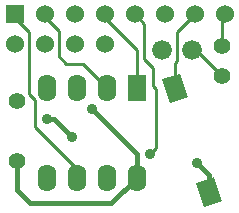
<source format=gtl>
G04 (created by PCBNEW (2013-07-07 BZR 4022)-stable) date 15/01/2015 15:50:08*
%MOIN*%
G04 Gerber Fmt 3.4, Leading zero omitted, Abs format*
%FSLAX34Y34*%
G01*
G70*
G90*
G04 APERTURE LIST*
%ADD10C,0.00590551*%
%ADD11R,0.06X0.06*%
%ADD12C,0.06*%
%ADD13R,0.062X0.09*%
%ADD14O,0.062X0.09*%
%ADD15C,0.055*%
%ADD16C,0.066*%
%ADD17C,0.035*%
%ADD18C,0.017*%
%ADD19C,0.01*%
G04 APERTURE END LIST*
G54D10*
G54D11*
X42680Y-25000D03*
G54D12*
X48680Y-25000D03*
X43680Y-25000D03*
X49680Y-25000D03*
X44680Y-25000D03*
X45680Y-25000D03*
X46680Y-25000D03*
X47680Y-25000D03*
X45680Y-26000D03*
X44680Y-26000D03*
X43680Y-26000D03*
X42680Y-26000D03*
G54D13*
X46750Y-27450D03*
G54D14*
X45750Y-27450D03*
X44750Y-27450D03*
X43750Y-27450D03*
X43750Y-30450D03*
X44750Y-30450D03*
X45750Y-30450D03*
X46750Y-30450D03*
G54D15*
X42750Y-29900D03*
X42750Y-27900D03*
X49606Y-27074D03*
X49606Y-26074D03*
G54D16*
X48600Y-26200D03*
X47600Y-26200D03*
G54D10*
G36*
X47594Y-27173D02*
X48193Y-26979D01*
X48450Y-27769D01*
X47850Y-27963D01*
X47594Y-27173D01*
X47594Y-27173D01*
G37*
G36*
X48719Y-30637D02*
X49318Y-30442D01*
X49575Y-31232D01*
X48976Y-31427D01*
X48719Y-30637D01*
X48719Y-30637D01*
G37*
G54D17*
X43750Y-28500D03*
X44600Y-29100D03*
X48750Y-29950D03*
X45250Y-28150D03*
X47200Y-29650D03*
G54D18*
X44000Y-28500D02*
X43750Y-28500D01*
X44600Y-29100D02*
X44000Y-28500D01*
X49147Y-30934D02*
X49147Y-30347D01*
X49147Y-30347D02*
X48750Y-29950D01*
G54D19*
X48600Y-26200D02*
X48731Y-26200D01*
X48731Y-26200D02*
X49606Y-27074D01*
X42680Y-25000D02*
X42680Y-25130D01*
X44750Y-30150D02*
X44750Y-30450D01*
X43350Y-28750D02*
X44750Y-30150D01*
X43350Y-27850D02*
X43350Y-28750D01*
X43150Y-27650D02*
X43350Y-27850D01*
X43150Y-27400D02*
X43150Y-27650D01*
X43150Y-27350D02*
X43150Y-27400D01*
X43150Y-26750D02*
X43150Y-27350D01*
X43150Y-25600D02*
X43150Y-26750D01*
X42680Y-25130D02*
X43150Y-25600D01*
X43680Y-25000D02*
X43680Y-25080D01*
X44950Y-26650D02*
X45750Y-27450D01*
X44400Y-26650D02*
X44950Y-26650D01*
X44150Y-26400D02*
X44400Y-26650D01*
X44150Y-25550D02*
X44150Y-26400D01*
X43680Y-25080D02*
X44150Y-25550D01*
X45680Y-25000D02*
X45680Y-25130D01*
X46750Y-26200D02*
X46750Y-27450D01*
X45680Y-25130D02*
X46750Y-26200D01*
G54D18*
X46750Y-29650D02*
X46750Y-30450D01*
X45250Y-28150D02*
X46750Y-29650D01*
X42750Y-29900D02*
X42750Y-30850D01*
X45900Y-31300D02*
X46750Y-30450D01*
X43200Y-31300D02*
X45900Y-31300D01*
X42750Y-30850D02*
X43200Y-31300D01*
G54D19*
X47000Y-25320D02*
X46680Y-25000D01*
X47000Y-26500D02*
X47000Y-25320D01*
X47300Y-26800D02*
X47000Y-26500D01*
X47300Y-27400D02*
X47300Y-26800D01*
X47400Y-27500D02*
X47300Y-27400D01*
X47400Y-29450D02*
X47400Y-27500D01*
X47200Y-29650D02*
X47400Y-29450D01*
X48022Y-27471D02*
X48022Y-26627D01*
X48100Y-25580D02*
X48680Y-25000D01*
X48100Y-26550D02*
X48100Y-25580D01*
X48022Y-26627D02*
X48100Y-26550D01*
X49606Y-26074D02*
X49606Y-25073D01*
X49606Y-25073D02*
X49680Y-25000D01*
M02*

</source>
